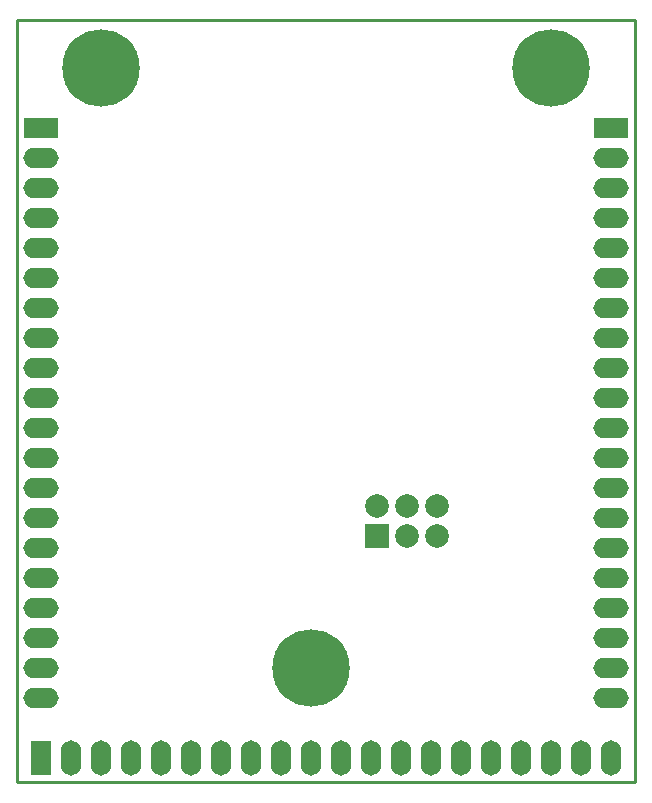
<source format=gbs>
G04*
G04 #@! TF.GenerationSoftware,Altium Limited,Altium Designer,18.1.7 (191)*
G04*
G04 Layer_Color=16711935*
%FSLAX25Y25*%
%MOIN*%
G70*
G01*
G75*
%ADD13C,0.01000*%
%ADD34R,0.07887X0.07887*%
%ADD35C,0.07887*%
%ADD36C,0.25800*%
%ADD37R,0.11800X0.06800*%
%ADD38O,0.11800X0.06800*%
%ADD39R,0.06800X0.11800*%
%ADD40O,0.06800X0.11800*%
D13*
X0Y0D02*
X206000D01*
Y254000D01*
X0D02*
X206000D01*
X0Y0D02*
Y254000D01*
D34*
X120000Y82000D02*
D03*
D35*
Y92000D02*
D03*
X130000Y82000D02*
D03*
Y92000D02*
D03*
X140000Y82000D02*
D03*
Y92000D02*
D03*
D36*
X98000Y38000D02*
D03*
X28000Y238000D02*
D03*
X178000D02*
D03*
D37*
X8000Y218000D02*
D03*
X198000D02*
D03*
D38*
X8000Y208000D02*
D03*
Y198000D02*
D03*
Y188000D02*
D03*
Y178000D02*
D03*
Y168000D02*
D03*
Y158000D02*
D03*
Y148000D02*
D03*
Y138000D02*
D03*
Y128000D02*
D03*
Y118000D02*
D03*
Y108000D02*
D03*
Y98000D02*
D03*
Y88000D02*
D03*
Y78000D02*
D03*
Y68000D02*
D03*
Y58000D02*
D03*
Y48000D02*
D03*
Y38000D02*
D03*
Y28000D02*
D03*
X198000Y208000D02*
D03*
Y198000D02*
D03*
Y188000D02*
D03*
Y178000D02*
D03*
Y168000D02*
D03*
Y158000D02*
D03*
Y148000D02*
D03*
Y138000D02*
D03*
Y128000D02*
D03*
Y118000D02*
D03*
Y108000D02*
D03*
Y98000D02*
D03*
Y88000D02*
D03*
Y78000D02*
D03*
Y68000D02*
D03*
Y58000D02*
D03*
Y48000D02*
D03*
Y38000D02*
D03*
Y28000D02*
D03*
D39*
X8000Y8000D02*
D03*
D40*
X18000D02*
D03*
X28000D02*
D03*
X38000D02*
D03*
X48000D02*
D03*
X58000D02*
D03*
X68000D02*
D03*
X78000D02*
D03*
X88000D02*
D03*
X98000D02*
D03*
X108000D02*
D03*
X118000D02*
D03*
X128000D02*
D03*
X138000D02*
D03*
X148000D02*
D03*
X158000D02*
D03*
X168000D02*
D03*
X178000D02*
D03*
X188000D02*
D03*
X198000D02*
D03*
M02*

</source>
